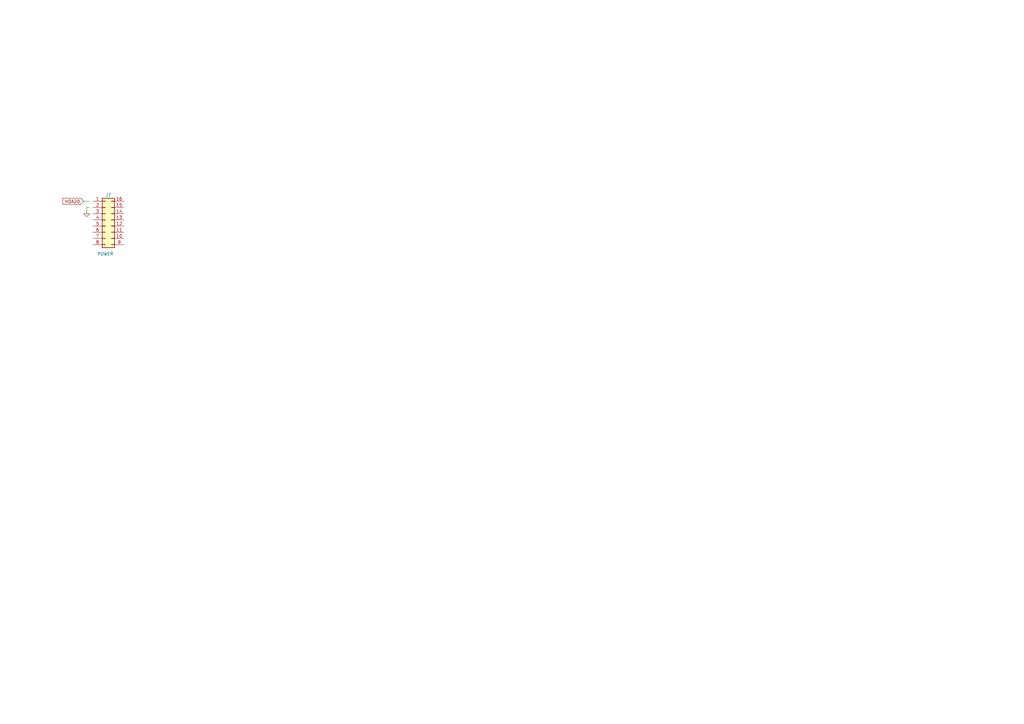
<source format=kicad_sch>
(kicad_sch (version 20211123) (generator eeschema)
  (paper "A3")
  (lib_symbols
    (symbol "Connector_Generic:Conn_02x08_Counter_Clockwise" (pin_names (offset 1.016) hide)
      (property "Reference" "J" (at 1.27 10.16 0))
      (property "Value" "Conn_02x08_Counter_Clockwise" (at 1.27 -12.7 0))
      (symbol "Conn_02x08_Counter_Clockwise_1_1"
        (rectangle (start -1.27 -10.033) (end 0 -10.287) (stroke (width 0.1524)))
        (rectangle (start -1.27 -7.493) (end 0 -7.747) (stroke (width 0.1524)))
        (rectangle (start -1.27 -4.953) (end 0 -5.207) (stroke (width 0.1524)))
        (rectangle (start -1.27 -2.413) (end 0 -2.667) (stroke (width 0.1524)))
        (rectangle (start -1.27 0.127) (end 0 -0.127) (stroke (width 0.1524)))
        (rectangle (start -1.27 2.667) (end 0 2.413) (stroke (width 0.1524)))
        (rectangle (start -1.27 5.207) (end 0 4.953) (stroke (width 0.1524)))
        (rectangle (start -1.27 7.747) (end 0 7.493) (stroke (width 0.1524)))
        (rectangle (start -1.27 8.89) (end 3.81 -11.43) (stroke (width 0.254)) (fill (type background)))
        (rectangle (start 3.81 -10.033) (end 2.54 -10.287) (stroke (width 0.1524)))
        (rectangle (start 3.81 -7.493) (end 2.54 -7.747) (stroke (width 0.1524)))
        (rectangle (start 3.81 -4.953) (end 2.54 -5.207) (stroke (width 0.1524)))
        (rectangle (start 3.81 -2.413) (end 2.54 -2.667) (stroke (width 0.1524)))
        (rectangle (start 3.81 0.127) (end 2.54 -0.127) (stroke (width 0.1524)))
        (rectangle (start 3.81 2.667) (end 2.54 2.413) (stroke (width 0.1524)))
        (rectangle (start 3.81 5.207) (end 2.54 4.953) (stroke (width 0.1524)))
        (rectangle (start 3.81 7.747) (end 2.54 7.493) (stroke (width 0.1524)))
        (pin passive line (at -5.08 7.62 0) (length 3.81) (name "Pin_1") (number "1"))
        (pin passive line (at 7.62 -7.62 180) (length 3.81) (name "Pin_10") (number "10"))
        (pin passive line (at 7.62 -5.08 180) (length 3.81) (name "Pin_11") (number "11"))
        (pin passive line (at 7.62 -2.54 180) (length 3.81) (name "Pin_12") (number "12"))
        (pin passive line (at 7.62 0 180) (length 3.81) (name "Pin_13") (number "13"))
        (pin passive line (at 7.62 2.54 180) (length 3.81) (name "Pin_14") (number "14"))
        (pin passive line (at 7.62 5.08 180) (length 3.81) (name "Pin_15") (number "15"))
        (pin passive line (at 7.62 7.62 180) (length 3.81) (name "Pin_16") (number "16"))
        (pin passive line (at -5.08 5.08 0) (length 3.81) (name "Pin_2") (number "2"))
        (pin passive line (at -5.08 2.54 0) (length 3.81) (name "Pin_3") (number "3"))
        (pin passive line (at -5.08 0 0) (length 3.81) (name "Pin_4") (number "4"))
        (pin passive line (at -5.08 -2.54 0) (length 3.81) (name "Pin_5") (number "5"))
        (pin passive line (at -5.08 -5.08 0) (length 3.81) (name "Pin_6") (number "6"))
        (pin passive line (at -5.08 -7.62 0) (length 3.81) (name "Pin_7") (number "7"))
        (pin passive line (at -5.08 -10.16 0) (length 3.81) (name "Pin_8") (number "8"))
        (pin passive line (at 7.62 -10.16 180) (length 3.81) (name "Pin_9") (number "9"))
      )
    )
    (symbol "power:GND" (power) (pin_names (offset 0))
      (property "Value" "GND" (at 0 -3.81 0))
      (symbol "GND_0_1"
        (polyline (pts (xy 0 0) (xy 0 -1.27) (xy 1.27 -1.27) (xy 0 -2.54) (xy -1.27 -1.27) (xy 0 -1.27)))
      )
      (symbol "GND_1_1"
        (pin power_in line (at 0 0 270) (length 0) hide (name "GND") (number "1"))
      )
    )
  )
  (wire (pts (xy 35.56 85.09) (xy 35.56 86.36)))
  (wire (pts (xy 36.83 85.09) (xy 35.56 85.09)))
  (wire (pts (xy 34.29 82.55) (xy 36.83 82.55)))
  (global_label "HDA20" (shape input) (at 34.29 82.55 180) (property "Intersheet References" "${INTERSHEET_REFS}" (effects hide)))
  (symbol (lib_id "Connector_Generic:Conn_02x08_Counter_Clockwise") (at 43.18 90.17 0) (unit 1)
    (property "Reference" "J?" (at 44.45 80.01 0))
    (property "Value" "POWER" (at 43.18 104.14 0))
  )
  (symbol (lib_id "power:GND") (at 35.56 86.36 0) (unit 1)
    (property "Reference" "#PWR?" (effects hide))
    (property "Value" "GND" (effects hide))
  )
)
</source>
